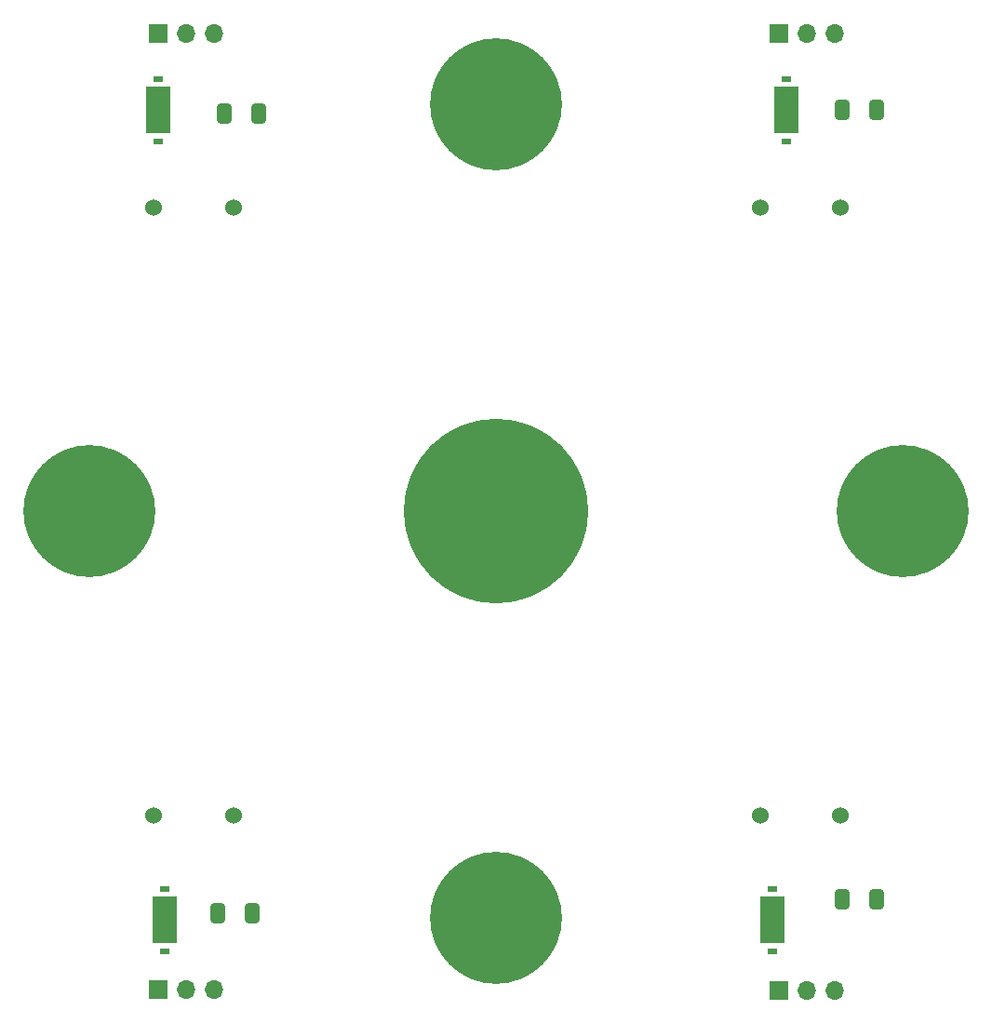
<source format=gbr>
%TF.GenerationSoftware,KiCad,Pcbnew,7.0.5-0*%
%TF.CreationDate,2023-07-24T12:13:10-04:00*%
%TF.ProjectId,quad_sipm,71756164-5f73-4697-906d-2e6b69636164,rev?*%
%TF.SameCoordinates,Original*%
%TF.FileFunction,Soldermask,Bot*%
%TF.FilePolarity,Negative*%
%FSLAX46Y46*%
G04 Gerber Fmt 4.6, Leading zero omitted, Abs format (unit mm)*
G04 Created by KiCad (PCBNEW 7.0.5-0) date 2023-07-24 12:13:10*
%MOMM*%
%LPD*%
G01*
G04 APERTURE LIST*
G04 Aperture macros list*
%AMRoundRect*
0 Rectangle with rounded corners*
0 $1 Rounding radius*
0 $2 $3 $4 $5 $6 $7 $8 $9 X,Y pos of 4 corners*
0 Add a 4 corners polygon primitive as box body*
4,1,4,$2,$3,$4,$5,$6,$7,$8,$9,$2,$3,0*
0 Add four circle primitives for the rounded corners*
1,1,$1+$1,$2,$3*
1,1,$1+$1,$4,$5*
1,1,$1+$1,$6,$7*
1,1,$1+$1,$8,$9*
0 Add four rect primitives between the rounded corners*
20,1,$1+$1,$2,$3,$4,$5,0*
20,1,$1+$1,$4,$5,$6,$7,0*
20,1,$1+$1,$6,$7,$8,$9,0*
20,1,$1+$1,$8,$9,$2,$3,0*%
G04 Aperture macros list end*
%ADD10C,16.800000*%
%ADD11C,12.000000*%
%ADD12C,1.524000*%
%ADD13R,1.700000X1.700000*%
%ADD14O,1.700000X1.700000*%
%ADD15RoundRect,0.250000X0.412500X0.650000X-0.412500X0.650000X-0.412500X-0.650000X0.412500X-0.650000X0*%
%ADD16R,0.939800X0.558800*%
%ADD17R,2.184400X4.292600*%
G04 APERTURE END LIST*
D10*
%TO.C,H2*%
X100000000Y-100000000D03*
%TD*%
D11*
%TO.C,H3*%
X100000000Y-137000000D03*
%TD*%
%TO.C,H4*%
X137000000Y-100000000D03*
%TD*%
%TO.C,H5*%
X63000000Y-100000000D03*
%TD*%
%TO.C,H1*%
X100000000Y-63000000D03*
%TD*%
D12*
%TO.C,D1*%
X131335000Y-127635000D03*
X124035000Y-127635000D03*
%TD*%
%TO.C,D2*%
X76090000Y-127635000D03*
X68790000Y-127635000D03*
%TD*%
%TO.C,D4*%
X76090000Y-72390000D03*
X68790000Y-72390000D03*
%TD*%
%TO.C,D3*%
X131335000Y-72390000D03*
X124035000Y-72390000D03*
%TD*%
D13*
%TO.C,J1*%
X125685000Y-143555000D03*
D14*
X128225000Y-143555000D03*
X130765000Y-143555000D03*
%TD*%
D15*
%TO.C,C4*%
X78397500Y-63792500D03*
X75272500Y-63792500D03*
%TD*%
D13*
%TO.C,J3*%
X125685000Y-56560000D03*
D14*
X128225000Y-56560000D03*
X130765000Y-56560000D03*
%TD*%
D13*
%TO.C,J4*%
X69215000Y-56515000D03*
D14*
X71755000Y-56515000D03*
X74295000Y-56515000D03*
%TD*%
D15*
%TO.C,C3*%
X134570000Y-63500000D03*
X131445000Y-63500000D03*
%TD*%
D13*
%TO.C,J2*%
X69215000Y-143510000D03*
D14*
X71755000Y-143510000D03*
X74295000Y-143510000D03*
%TD*%
D15*
%TO.C,C1*%
X134620000Y-135255000D03*
X131495000Y-135255000D03*
%TD*%
%TO.C,C2*%
X77762500Y-136525000D03*
X74637500Y-136525000D03*
%TD*%
D16*
%TO.C,U3*%
X126365000Y-60680600D03*
X126365000Y-66319400D03*
D17*
X126365000Y-63500000D03*
%TD*%
D16*
%TO.C,U2*%
X125095000Y-139979400D03*
X125095000Y-134340600D03*
D17*
X125095000Y-137160000D03*
%TD*%
D16*
%TO.C,U4*%
X69215000Y-60680600D03*
X69215000Y-66319400D03*
D17*
X69215000Y-63500000D03*
%TD*%
D16*
%TO.C,U1*%
X69850000Y-139979400D03*
X69850000Y-134340600D03*
D17*
X69850000Y-137160000D03*
%TD*%
M02*

</source>
